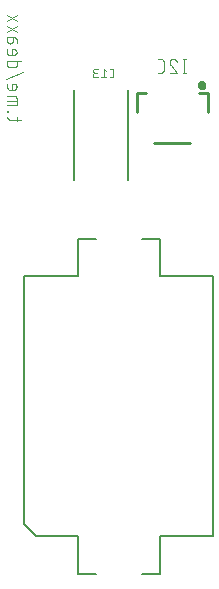
<source format=gbr>
G04 EAGLE Gerber RS-274X export*
G75*
%MOMM*%
%FSLAX34Y34*%
%LPD*%
%INSilkscreen Bottom*%
%IPPOS*%
%AMOC8*
5,1,8,0,0,1.08239X$1,22.5*%
G01*
%ADD10C,0.101600*%
%ADD11C,0.127000*%
%ADD12C,0.152400*%
%ADD13C,0.254000*%
%ADD14C,0.400000*%


D10*
X36297Y402508D02*
X36297Y406403D01*
X40192Y403806D02*
X30455Y403806D01*
X30455Y403807D02*
X30368Y403809D01*
X30280Y403815D01*
X30194Y403825D01*
X30107Y403838D01*
X30022Y403856D01*
X29937Y403877D01*
X29853Y403902D01*
X29771Y403931D01*
X29690Y403964D01*
X29610Y404000D01*
X29532Y404039D01*
X29456Y404083D01*
X29382Y404129D01*
X29311Y404179D01*
X29241Y404232D01*
X29174Y404288D01*
X29110Y404347D01*
X29048Y404409D01*
X28989Y404473D01*
X28933Y404540D01*
X28880Y404610D01*
X28830Y404681D01*
X28784Y404755D01*
X28740Y404831D01*
X28701Y404909D01*
X28665Y404989D01*
X28632Y405070D01*
X28603Y405152D01*
X28578Y405236D01*
X28557Y405321D01*
X28539Y405406D01*
X28526Y405493D01*
X28516Y405579D01*
X28510Y405667D01*
X28508Y405754D01*
X28508Y406403D01*
X28508Y410319D02*
X29157Y410319D01*
X29157Y410968D01*
X28508Y410968D01*
X28508Y410319D01*
X28508Y415893D02*
X36297Y415893D01*
X36297Y421735D01*
X36295Y421822D01*
X36289Y421910D01*
X36279Y421996D01*
X36266Y422083D01*
X36248Y422168D01*
X36227Y422253D01*
X36202Y422337D01*
X36173Y422419D01*
X36140Y422500D01*
X36104Y422580D01*
X36065Y422658D01*
X36021Y422734D01*
X35975Y422808D01*
X35925Y422879D01*
X35872Y422949D01*
X35816Y423016D01*
X35757Y423080D01*
X35695Y423142D01*
X35631Y423201D01*
X35564Y423257D01*
X35494Y423310D01*
X35423Y423360D01*
X35349Y423406D01*
X35273Y423450D01*
X35195Y423489D01*
X35115Y423525D01*
X35034Y423558D01*
X34952Y423587D01*
X34868Y423612D01*
X34783Y423633D01*
X34698Y423651D01*
X34611Y423664D01*
X34525Y423674D01*
X34437Y423680D01*
X34350Y423682D01*
X28508Y423682D01*
X28508Y419788D02*
X36297Y419788D01*
X28508Y430950D02*
X28508Y434195D01*
X28508Y430950D02*
X28510Y430863D01*
X28516Y430775D01*
X28526Y430689D01*
X28539Y430602D01*
X28557Y430517D01*
X28578Y430432D01*
X28603Y430348D01*
X28632Y430266D01*
X28665Y430185D01*
X28701Y430105D01*
X28740Y430027D01*
X28784Y429951D01*
X28830Y429877D01*
X28880Y429806D01*
X28933Y429736D01*
X28989Y429669D01*
X29048Y429605D01*
X29110Y429543D01*
X29174Y429484D01*
X29241Y429428D01*
X29311Y429375D01*
X29382Y429325D01*
X29456Y429279D01*
X29532Y429235D01*
X29610Y429196D01*
X29690Y429160D01*
X29771Y429127D01*
X29853Y429098D01*
X29937Y429073D01*
X30022Y429052D01*
X30107Y429034D01*
X30194Y429021D01*
X30280Y429011D01*
X30368Y429005D01*
X30455Y429003D01*
X30455Y429002D02*
X33701Y429002D01*
X33701Y429003D02*
X33802Y429005D01*
X33902Y429011D01*
X34002Y429021D01*
X34102Y429034D01*
X34201Y429052D01*
X34300Y429073D01*
X34397Y429098D01*
X34494Y429127D01*
X34589Y429160D01*
X34683Y429196D01*
X34775Y429236D01*
X34866Y429279D01*
X34955Y429326D01*
X35042Y429376D01*
X35128Y429430D01*
X35211Y429487D01*
X35291Y429547D01*
X35370Y429610D01*
X35446Y429677D01*
X35519Y429746D01*
X35589Y429818D01*
X35657Y429892D01*
X35722Y429969D01*
X35783Y430049D01*
X35842Y430131D01*
X35897Y430215D01*
X35949Y430301D01*
X35998Y430389D01*
X36043Y430479D01*
X36085Y430571D01*
X36123Y430664D01*
X36157Y430759D01*
X36188Y430854D01*
X36215Y430951D01*
X36238Y431049D01*
X36258Y431148D01*
X36273Y431248D01*
X36285Y431348D01*
X36293Y431448D01*
X36297Y431549D01*
X36297Y431649D01*
X36293Y431750D01*
X36285Y431850D01*
X36273Y431950D01*
X36258Y432050D01*
X36238Y432149D01*
X36215Y432247D01*
X36188Y432344D01*
X36157Y432439D01*
X36123Y432534D01*
X36085Y432627D01*
X36043Y432719D01*
X35998Y432809D01*
X35949Y432897D01*
X35897Y432983D01*
X35842Y433067D01*
X35783Y433149D01*
X35722Y433229D01*
X35657Y433306D01*
X35589Y433380D01*
X35519Y433452D01*
X35446Y433521D01*
X35370Y433588D01*
X35291Y433651D01*
X35211Y433711D01*
X35128Y433768D01*
X35042Y433822D01*
X34955Y433872D01*
X34866Y433919D01*
X34775Y433962D01*
X34683Y434002D01*
X34589Y434038D01*
X34494Y434071D01*
X34397Y434100D01*
X34300Y434125D01*
X34201Y434146D01*
X34102Y434164D01*
X34002Y434177D01*
X33902Y434187D01*
X33802Y434193D01*
X33701Y434195D01*
X32403Y434195D01*
X32403Y429002D01*
X27210Y438527D02*
X41490Y443720D01*
X40192Y453186D02*
X28508Y453186D01*
X28508Y449941D01*
X28510Y449854D01*
X28516Y449766D01*
X28526Y449680D01*
X28539Y449593D01*
X28557Y449508D01*
X28578Y449423D01*
X28603Y449339D01*
X28632Y449257D01*
X28665Y449176D01*
X28701Y449096D01*
X28740Y449018D01*
X28784Y448942D01*
X28830Y448868D01*
X28880Y448797D01*
X28933Y448727D01*
X28989Y448660D01*
X29048Y448596D01*
X29110Y448534D01*
X29174Y448475D01*
X29241Y448419D01*
X29311Y448366D01*
X29382Y448316D01*
X29456Y448270D01*
X29532Y448226D01*
X29610Y448187D01*
X29690Y448151D01*
X29771Y448118D01*
X29853Y448089D01*
X29937Y448064D01*
X30022Y448043D01*
X30107Y448025D01*
X30194Y448012D01*
X30280Y448002D01*
X30368Y447996D01*
X30455Y447994D01*
X30455Y447993D02*
X34350Y447993D01*
X34350Y447994D02*
X34437Y447996D01*
X34525Y448002D01*
X34611Y448012D01*
X34698Y448025D01*
X34783Y448043D01*
X34868Y448064D01*
X34952Y448089D01*
X35034Y448118D01*
X35115Y448151D01*
X35195Y448187D01*
X35273Y448226D01*
X35349Y448270D01*
X35423Y448316D01*
X35494Y448366D01*
X35564Y448419D01*
X35631Y448475D01*
X35695Y448534D01*
X35757Y448596D01*
X35816Y448660D01*
X35872Y448727D01*
X35925Y448797D01*
X35975Y448868D01*
X36021Y448942D01*
X36065Y449018D01*
X36104Y449096D01*
X36140Y449176D01*
X36173Y449257D01*
X36202Y449339D01*
X36227Y449423D01*
X36248Y449508D01*
X36266Y449593D01*
X36279Y449680D01*
X36289Y449766D01*
X36295Y449854D01*
X36297Y449941D01*
X36297Y453186D01*
X28508Y460287D02*
X28508Y463532D01*
X28508Y460287D02*
X28510Y460200D01*
X28516Y460112D01*
X28526Y460026D01*
X28539Y459939D01*
X28557Y459854D01*
X28578Y459769D01*
X28603Y459685D01*
X28632Y459603D01*
X28665Y459522D01*
X28701Y459442D01*
X28740Y459364D01*
X28784Y459288D01*
X28830Y459214D01*
X28880Y459143D01*
X28933Y459073D01*
X28989Y459006D01*
X29048Y458942D01*
X29110Y458880D01*
X29174Y458821D01*
X29241Y458765D01*
X29311Y458712D01*
X29382Y458662D01*
X29456Y458616D01*
X29532Y458572D01*
X29610Y458533D01*
X29690Y458497D01*
X29771Y458464D01*
X29853Y458435D01*
X29937Y458410D01*
X30022Y458389D01*
X30107Y458371D01*
X30194Y458358D01*
X30280Y458348D01*
X30368Y458342D01*
X30455Y458340D01*
X30455Y458339D02*
X33701Y458339D01*
X33701Y458340D02*
X33802Y458342D01*
X33902Y458348D01*
X34002Y458358D01*
X34102Y458371D01*
X34201Y458389D01*
X34300Y458410D01*
X34397Y458435D01*
X34494Y458464D01*
X34589Y458497D01*
X34683Y458533D01*
X34775Y458573D01*
X34866Y458616D01*
X34955Y458663D01*
X35042Y458713D01*
X35128Y458767D01*
X35211Y458824D01*
X35291Y458884D01*
X35370Y458947D01*
X35446Y459014D01*
X35519Y459083D01*
X35589Y459155D01*
X35657Y459229D01*
X35722Y459306D01*
X35783Y459386D01*
X35842Y459468D01*
X35897Y459552D01*
X35949Y459638D01*
X35998Y459726D01*
X36043Y459816D01*
X36085Y459908D01*
X36123Y460001D01*
X36157Y460096D01*
X36188Y460191D01*
X36215Y460288D01*
X36238Y460386D01*
X36258Y460485D01*
X36273Y460585D01*
X36285Y460685D01*
X36293Y460785D01*
X36297Y460886D01*
X36297Y460986D01*
X36293Y461087D01*
X36285Y461187D01*
X36273Y461287D01*
X36258Y461387D01*
X36238Y461486D01*
X36215Y461584D01*
X36188Y461681D01*
X36157Y461776D01*
X36123Y461871D01*
X36085Y461964D01*
X36043Y462056D01*
X35998Y462146D01*
X35949Y462234D01*
X35897Y462320D01*
X35842Y462404D01*
X35783Y462486D01*
X35722Y462566D01*
X35657Y462643D01*
X35589Y462717D01*
X35519Y462789D01*
X35446Y462858D01*
X35370Y462925D01*
X35291Y462988D01*
X35211Y463048D01*
X35128Y463105D01*
X35042Y463159D01*
X34955Y463209D01*
X34866Y463256D01*
X34775Y463299D01*
X34683Y463339D01*
X34589Y463375D01*
X34494Y463408D01*
X34397Y463437D01*
X34300Y463462D01*
X34201Y463483D01*
X34102Y463501D01*
X34002Y463514D01*
X33902Y463524D01*
X33802Y463530D01*
X33701Y463532D01*
X32403Y463532D01*
X32403Y458339D01*
X33052Y470458D02*
X33052Y473379D01*
X33052Y470458D02*
X33050Y470364D01*
X33044Y470270D01*
X33035Y470177D01*
X33021Y470084D01*
X33004Y469992D01*
X32982Y469900D01*
X32958Y469810D01*
X32929Y469720D01*
X32897Y469632D01*
X32861Y469545D01*
X32821Y469460D01*
X32778Y469377D01*
X32732Y469295D01*
X32682Y469215D01*
X32629Y469138D01*
X32573Y469063D01*
X32514Y468990D01*
X32452Y468919D01*
X32387Y468851D01*
X32319Y468786D01*
X32248Y468724D01*
X32175Y468665D01*
X32100Y468609D01*
X32023Y468556D01*
X31943Y468506D01*
X31861Y468460D01*
X31778Y468417D01*
X31693Y468377D01*
X31606Y468341D01*
X31518Y468309D01*
X31428Y468280D01*
X31338Y468256D01*
X31246Y468234D01*
X31154Y468217D01*
X31061Y468203D01*
X30968Y468194D01*
X30874Y468188D01*
X30780Y468186D01*
X30686Y468188D01*
X30592Y468194D01*
X30499Y468203D01*
X30406Y468217D01*
X30314Y468234D01*
X30222Y468256D01*
X30132Y468280D01*
X30042Y468309D01*
X29954Y468341D01*
X29867Y468377D01*
X29782Y468417D01*
X29699Y468460D01*
X29617Y468506D01*
X29537Y468556D01*
X29460Y468609D01*
X29385Y468665D01*
X29312Y468724D01*
X29241Y468786D01*
X29173Y468851D01*
X29108Y468919D01*
X29046Y468990D01*
X28987Y469063D01*
X28931Y469138D01*
X28878Y469215D01*
X28828Y469295D01*
X28782Y469377D01*
X28739Y469460D01*
X28699Y469545D01*
X28663Y469632D01*
X28631Y469720D01*
X28602Y469810D01*
X28578Y469900D01*
X28556Y469992D01*
X28539Y470084D01*
X28525Y470177D01*
X28516Y470270D01*
X28510Y470364D01*
X28508Y470458D01*
X28508Y473379D01*
X34350Y473379D01*
X34437Y473377D01*
X34525Y473371D01*
X34611Y473361D01*
X34698Y473348D01*
X34783Y473330D01*
X34868Y473309D01*
X34952Y473284D01*
X35034Y473255D01*
X35115Y473222D01*
X35195Y473186D01*
X35273Y473147D01*
X35349Y473103D01*
X35423Y473057D01*
X35494Y473007D01*
X35564Y472954D01*
X35631Y472898D01*
X35695Y472839D01*
X35757Y472777D01*
X35816Y472713D01*
X35872Y472646D01*
X35925Y472576D01*
X35975Y472505D01*
X36021Y472431D01*
X36065Y472355D01*
X36104Y472277D01*
X36140Y472197D01*
X36173Y472116D01*
X36202Y472034D01*
X36227Y471950D01*
X36248Y471865D01*
X36266Y471780D01*
X36279Y471693D01*
X36289Y471607D01*
X36295Y471519D01*
X36297Y471432D01*
X36297Y468835D01*
X28508Y478151D02*
X36297Y483344D01*
X36297Y478151D02*
X28508Y483344D01*
X28508Y487295D02*
X36297Y492488D01*
X36297Y487295D02*
X28508Y492488D01*
X178194Y455192D02*
X178194Y443508D01*
X179492Y443508D02*
X176896Y443508D01*
X176896Y455192D02*
X179492Y455192D01*
X168725Y455192D02*
X168618Y455190D01*
X168512Y455184D01*
X168406Y455174D01*
X168300Y455161D01*
X168194Y455143D01*
X168090Y455122D01*
X167986Y455097D01*
X167883Y455068D01*
X167782Y455036D01*
X167682Y454999D01*
X167583Y454959D01*
X167485Y454916D01*
X167389Y454869D01*
X167295Y454818D01*
X167203Y454764D01*
X167113Y454707D01*
X167025Y454647D01*
X166940Y454583D01*
X166857Y454516D01*
X166776Y454446D01*
X166698Y454374D01*
X166622Y454298D01*
X166550Y454220D01*
X166480Y454139D01*
X166413Y454056D01*
X166349Y453971D01*
X166289Y453883D01*
X166232Y453793D01*
X166178Y453701D01*
X166127Y453607D01*
X166080Y453511D01*
X166037Y453413D01*
X165997Y453314D01*
X165960Y453214D01*
X165928Y453113D01*
X165899Y453010D01*
X165874Y452906D01*
X165853Y452802D01*
X165835Y452696D01*
X165822Y452590D01*
X165812Y452484D01*
X165806Y452378D01*
X165804Y452271D01*
X168725Y455192D02*
X168846Y455190D01*
X168967Y455184D01*
X169087Y455174D01*
X169208Y455161D01*
X169327Y455143D01*
X169447Y455122D01*
X169565Y455097D01*
X169682Y455068D01*
X169799Y455035D01*
X169914Y454999D01*
X170028Y454958D01*
X170141Y454915D01*
X170253Y454867D01*
X170362Y454816D01*
X170470Y454761D01*
X170577Y454703D01*
X170681Y454642D01*
X170783Y454577D01*
X170883Y454509D01*
X170981Y454438D01*
X171077Y454364D01*
X171170Y454287D01*
X171260Y454206D01*
X171348Y454123D01*
X171433Y454037D01*
X171516Y453948D01*
X171595Y453857D01*
X171672Y453763D01*
X171745Y453667D01*
X171815Y453569D01*
X171882Y453468D01*
X171946Y453365D01*
X172007Y453260D01*
X172064Y453153D01*
X172117Y453045D01*
X172167Y452935D01*
X172213Y452823D01*
X172256Y452710D01*
X172295Y452595D01*
X166779Y449999D02*
X166700Y450077D01*
X166624Y450157D01*
X166551Y450240D01*
X166481Y450326D01*
X166414Y450413D01*
X166350Y450504D01*
X166290Y450596D01*
X166232Y450690D01*
X166178Y450787D01*
X166128Y450885D01*
X166081Y450985D01*
X166037Y451086D01*
X165997Y451189D01*
X165961Y451294D01*
X165929Y451399D01*
X165900Y451506D01*
X165875Y451613D01*
X165853Y451722D01*
X165836Y451831D01*
X165822Y451940D01*
X165813Y452050D01*
X165807Y452161D01*
X165805Y452271D01*
X166778Y449999D02*
X172295Y443508D01*
X165804Y443508D01*
X158302Y443508D02*
X155706Y443508D01*
X158302Y443508D02*
X158401Y443510D01*
X158501Y443516D01*
X158600Y443525D01*
X158698Y443538D01*
X158796Y443555D01*
X158894Y443576D01*
X158990Y443601D01*
X159085Y443629D01*
X159179Y443661D01*
X159272Y443696D01*
X159364Y443735D01*
X159454Y443778D01*
X159542Y443823D01*
X159629Y443873D01*
X159713Y443925D01*
X159796Y443981D01*
X159876Y444039D01*
X159954Y444101D01*
X160029Y444166D01*
X160102Y444234D01*
X160172Y444304D01*
X160240Y444377D01*
X160305Y444452D01*
X160367Y444530D01*
X160425Y444610D01*
X160481Y444693D01*
X160533Y444777D01*
X160583Y444864D01*
X160628Y444952D01*
X160671Y445042D01*
X160710Y445134D01*
X160745Y445227D01*
X160777Y445321D01*
X160805Y445416D01*
X160830Y445512D01*
X160851Y445610D01*
X160868Y445708D01*
X160881Y445806D01*
X160890Y445905D01*
X160896Y446005D01*
X160898Y446104D01*
X160899Y446104D02*
X160899Y452596D01*
X160898Y452596D02*
X160896Y452695D01*
X160890Y452795D01*
X160881Y452894D01*
X160868Y452992D01*
X160851Y453090D01*
X160830Y453188D01*
X160805Y453284D01*
X160777Y453379D01*
X160745Y453473D01*
X160710Y453566D01*
X160671Y453658D01*
X160628Y453748D01*
X160583Y453836D01*
X160533Y453923D01*
X160481Y454007D01*
X160425Y454090D01*
X160367Y454170D01*
X160305Y454248D01*
X160240Y454323D01*
X160172Y454396D01*
X160102Y454466D01*
X160029Y454534D01*
X159954Y454599D01*
X159876Y454661D01*
X159796Y454719D01*
X159713Y454775D01*
X159629Y454827D01*
X159542Y454877D01*
X159454Y454922D01*
X159364Y454965D01*
X159272Y455004D01*
X159179Y455039D01*
X159085Y455071D01*
X158990Y455099D01*
X158894Y455124D01*
X158796Y455145D01*
X158698Y455162D01*
X158600Y455175D01*
X158501Y455184D01*
X158401Y455190D01*
X158302Y455192D01*
X155706Y455192D01*
D11*
X130788Y429000D02*
X130788Y353000D01*
X84788Y353000D02*
X84788Y429000D01*
D10*
X115102Y439508D02*
X116682Y439508D01*
X116760Y439510D01*
X116837Y439516D01*
X116914Y439525D01*
X116990Y439538D01*
X117066Y439555D01*
X117141Y439576D01*
X117214Y439600D01*
X117287Y439628D01*
X117358Y439660D01*
X117427Y439695D01*
X117494Y439733D01*
X117560Y439774D01*
X117623Y439819D01*
X117684Y439867D01*
X117743Y439917D01*
X117799Y439971D01*
X117853Y440027D01*
X117903Y440086D01*
X117951Y440147D01*
X117996Y440210D01*
X118037Y440276D01*
X118075Y440343D01*
X118110Y440412D01*
X118142Y440483D01*
X118170Y440556D01*
X118194Y440629D01*
X118215Y440704D01*
X118232Y440780D01*
X118245Y440856D01*
X118254Y440933D01*
X118260Y441010D01*
X118262Y441088D01*
X118263Y441088D02*
X118263Y445040D01*
X118262Y445040D02*
X118260Y445118D01*
X118254Y445195D01*
X118245Y445272D01*
X118232Y445348D01*
X118215Y445424D01*
X118194Y445499D01*
X118170Y445572D01*
X118142Y445645D01*
X118110Y445716D01*
X118075Y445785D01*
X118037Y445852D01*
X117996Y445918D01*
X117951Y445981D01*
X117903Y446042D01*
X117853Y446101D01*
X117799Y446157D01*
X117743Y446211D01*
X117684Y446261D01*
X117623Y446309D01*
X117560Y446354D01*
X117494Y446395D01*
X117427Y446433D01*
X117358Y446468D01*
X117287Y446500D01*
X117214Y446528D01*
X117141Y446552D01*
X117066Y446573D01*
X116990Y446590D01*
X116914Y446603D01*
X116837Y446612D01*
X116760Y446618D01*
X116682Y446620D01*
X115102Y446620D01*
X112140Y445040D02*
X110164Y446620D01*
X110164Y439508D01*
X112140Y439508D02*
X108188Y439508D01*
X104824Y439508D02*
X102849Y439508D01*
X102762Y439510D01*
X102674Y439516D01*
X102587Y439525D01*
X102501Y439539D01*
X102415Y439556D01*
X102331Y439577D01*
X102247Y439602D01*
X102164Y439631D01*
X102083Y439663D01*
X102003Y439698D01*
X101925Y439737D01*
X101848Y439780D01*
X101774Y439826D01*
X101702Y439875D01*
X101632Y439927D01*
X101564Y439983D01*
X101499Y440041D01*
X101436Y440102D01*
X101377Y440166D01*
X101320Y440233D01*
X101266Y440301D01*
X101215Y440373D01*
X101168Y440446D01*
X101123Y440521D01*
X101082Y440599D01*
X101045Y440678D01*
X101011Y440758D01*
X100981Y440840D01*
X100954Y440923D01*
X100931Y441008D01*
X100912Y441093D01*
X100897Y441179D01*
X100885Y441266D01*
X100877Y441353D01*
X100873Y441440D01*
X100873Y441528D01*
X100877Y441615D01*
X100885Y441702D01*
X100897Y441789D01*
X100912Y441875D01*
X100931Y441960D01*
X100954Y442045D01*
X100981Y442128D01*
X101011Y442210D01*
X101045Y442290D01*
X101082Y442369D01*
X101123Y442447D01*
X101168Y442522D01*
X101215Y442595D01*
X101266Y442667D01*
X101320Y442735D01*
X101377Y442802D01*
X101436Y442866D01*
X101499Y442927D01*
X101564Y442985D01*
X101632Y443041D01*
X101702Y443093D01*
X101774Y443142D01*
X101848Y443188D01*
X101925Y443231D01*
X102003Y443270D01*
X102083Y443305D01*
X102164Y443337D01*
X102247Y443366D01*
X102331Y443391D01*
X102415Y443412D01*
X102501Y443429D01*
X102587Y443443D01*
X102674Y443452D01*
X102762Y443458D01*
X102849Y443460D01*
X102454Y446620D02*
X104824Y446620D01*
X102454Y446620D02*
X102375Y446618D01*
X102297Y446612D01*
X102219Y446602D01*
X102141Y446589D01*
X102064Y446571D01*
X101988Y446550D01*
X101914Y446525D01*
X101840Y446496D01*
X101768Y446464D01*
X101698Y446428D01*
X101630Y446388D01*
X101564Y446345D01*
X101500Y446299D01*
X101438Y446250D01*
X101379Y446198D01*
X101323Y446143D01*
X101269Y446085D01*
X101219Y446025D01*
X101171Y445962D01*
X101127Y445897D01*
X101086Y445830D01*
X101048Y445761D01*
X101014Y445690D01*
X100983Y445617D01*
X100956Y445543D01*
X100933Y445468D01*
X100914Y445392D01*
X100898Y445314D01*
X100886Y445236D01*
X100878Y445158D01*
X100874Y445079D01*
X100874Y445001D01*
X100878Y444922D01*
X100886Y444844D01*
X100898Y444766D01*
X100914Y444688D01*
X100933Y444612D01*
X100956Y444537D01*
X100983Y444463D01*
X101014Y444390D01*
X101048Y444319D01*
X101086Y444250D01*
X101127Y444183D01*
X101171Y444118D01*
X101219Y444055D01*
X101269Y443995D01*
X101323Y443937D01*
X101379Y443882D01*
X101438Y443830D01*
X101500Y443781D01*
X101564Y443735D01*
X101630Y443692D01*
X101698Y443652D01*
X101768Y443616D01*
X101840Y443584D01*
X101914Y443555D01*
X101988Y443530D01*
X102064Y443509D01*
X102141Y443491D01*
X102219Y443478D01*
X102297Y443468D01*
X102375Y443462D01*
X102454Y443460D01*
X102454Y443459D02*
X104034Y443459D01*
D12*
X142304Y19000D02*
X158052Y19000D01*
X158052Y51018D01*
X203010Y51018D01*
X203010Y270982D01*
X158052Y270982D01*
X158052Y303000D01*
X87948Y303000D02*
X87948Y270982D01*
X42990Y270982D01*
X42990Y61018D01*
X52990Y51018D01*
X87948Y51018D01*
X87948Y19000D01*
X103696Y19000D01*
X142558Y303000D02*
X158052Y303000D01*
X103696Y303000D02*
X87948Y303000D01*
D13*
X153000Y384000D02*
X183000Y384000D01*
X198000Y410000D02*
X198000Y426500D01*
X145500Y426500D02*
X138000Y426500D01*
X138000Y410000D01*
X190500Y426500D02*
X198000Y426500D01*
D14*
X191586Y433000D02*
X191588Y433075D01*
X191594Y433149D01*
X191604Y433223D01*
X191617Y433296D01*
X191635Y433369D01*
X191656Y433440D01*
X191681Y433511D01*
X191710Y433580D01*
X191743Y433647D01*
X191779Y433712D01*
X191818Y433776D01*
X191860Y433837D01*
X191906Y433896D01*
X191955Y433953D01*
X192007Y434006D01*
X192061Y434057D01*
X192118Y434106D01*
X192178Y434150D01*
X192240Y434192D01*
X192304Y434231D01*
X192370Y434266D01*
X192437Y434297D01*
X192507Y434325D01*
X192577Y434349D01*
X192649Y434370D01*
X192722Y434386D01*
X192795Y434399D01*
X192870Y434408D01*
X192944Y434413D01*
X193019Y434414D01*
X193093Y434411D01*
X193168Y434404D01*
X193241Y434393D01*
X193315Y434379D01*
X193387Y434360D01*
X193458Y434338D01*
X193528Y434312D01*
X193597Y434282D01*
X193663Y434249D01*
X193728Y434212D01*
X193791Y434172D01*
X193852Y434128D01*
X193910Y434082D01*
X193966Y434032D01*
X194019Y433980D01*
X194070Y433925D01*
X194117Y433867D01*
X194161Y433807D01*
X194202Y433744D01*
X194240Y433680D01*
X194274Y433614D01*
X194305Y433545D01*
X194332Y433476D01*
X194355Y433405D01*
X194374Y433333D01*
X194390Y433260D01*
X194402Y433186D01*
X194410Y433112D01*
X194414Y433037D01*
X194414Y432963D01*
X194410Y432888D01*
X194402Y432814D01*
X194390Y432740D01*
X194374Y432667D01*
X194355Y432595D01*
X194332Y432524D01*
X194305Y432455D01*
X194274Y432386D01*
X194240Y432320D01*
X194202Y432256D01*
X194161Y432193D01*
X194117Y432133D01*
X194070Y432075D01*
X194019Y432020D01*
X193966Y431968D01*
X193910Y431918D01*
X193852Y431872D01*
X193791Y431828D01*
X193728Y431788D01*
X193663Y431751D01*
X193597Y431718D01*
X193528Y431688D01*
X193458Y431662D01*
X193387Y431640D01*
X193315Y431621D01*
X193241Y431607D01*
X193168Y431596D01*
X193093Y431589D01*
X193019Y431586D01*
X192944Y431587D01*
X192870Y431592D01*
X192795Y431601D01*
X192722Y431614D01*
X192649Y431630D01*
X192577Y431651D01*
X192507Y431675D01*
X192437Y431703D01*
X192370Y431734D01*
X192304Y431769D01*
X192240Y431808D01*
X192178Y431850D01*
X192118Y431894D01*
X192061Y431943D01*
X192007Y431994D01*
X191955Y432047D01*
X191906Y432104D01*
X191860Y432163D01*
X191818Y432224D01*
X191779Y432288D01*
X191743Y432353D01*
X191710Y432420D01*
X191681Y432489D01*
X191656Y432560D01*
X191635Y432631D01*
X191617Y432704D01*
X191604Y432777D01*
X191594Y432851D01*
X191588Y432925D01*
X191586Y433000D01*
M02*

</source>
